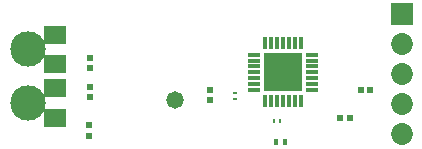
<source format=gts>
%FSTAX23Y23*%
%MOIN*%
%SFA1B1*%

%IPPOS*%
%ADD14R,0.021654X0.023622*%
%ADD15R,0.009843X0.011811*%
%ADD16R,0.023622X0.021654*%
%ADD20R,0.015748X0.019685*%
%ADD21R,0.011811X0.009843*%
%ADD22R,0.022539X0.024224*%
%ADD23R,0.024224X0.022539*%
%ADD24R,0.074929X0.059181*%
%ADD25O,0.041464X0.015874*%
%ADD26R,0.131228X0.131228*%
%ADD27O,0.015874X0.041464*%
%ADD28C,0.118236*%
%ADD29C,0.072960*%
%ADD30R,0.072960X0.072960*%
%ADD31C,0.058000*%
%ADD32C,0.027685*%
%LNpcb1-1*%
%LPD*%
G54D14*
X01163Y00165D03*
X0113D03*
X01231Y0026D03*
X01198D03*
G54D15*
X00928Y00155D03*
X0091D03*
G54D16*
X00292Y00142D03*
Y00108D03*
X00295Y00271D03*
Y00333D03*
Y00238D03*
Y00366D03*
G54D20*
X00946Y00085D03*
X00915D03*
G54D21*
X0078Y00231D03*
Y0025D03*
G54D22*
X00695Y00228D03*
G54D23*
X00695Y00261D03*
G54D24*
X00181Y00345D03*
Y00267D03*
Y00444D03*
Y00168D03*
G54D25*
X00844Y00299D03*
Y00319D03*
X01035Y00378D03*
Y00358D03*
Y00339D03*
Y00319D03*
Y00299D03*
Y0028D03*
Y0026D03*
X00844D03*
Y0028D03*
Y00339D03*
Y00358D03*
Y00378D03*
G54D26*
X00939Y00319D03*
G54D27*
X0088Y00415D03*
X009D03*
X0092D03*
X00939D03*
X00959D03*
X00979D03*
X00998D03*
Y00224D03*
X00979D03*
X00959D03*
X00939D03*
X0092D03*
X009D03*
X0088D03*
G54D28*
X00089Y00395D03*
Y00217D03*
G54D29*
X01335Y00112D03*
Y00212D03*
Y00412D03*
Y00312D03*
G54D30*
X01335Y00512D03*
G54D31*
X0058Y00225D03*
G54D32*
X00982Y00276D03*
X00939D03*
X00896D03*
X00982Y00319D03*
X00939D03*
X00896D03*
X00982Y00362D03*
X00939D03*
X00896D03*
M02*
</source>
